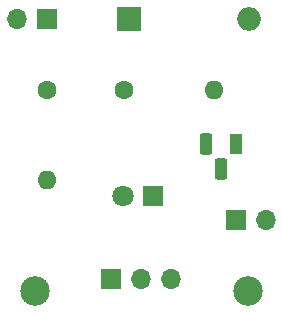
<source format=gbr>
%TF.GenerationSoftware,KiCad,Pcbnew,(6.0.4)*%
%TF.CreationDate,2022-10-02T23:39:58+02:00*%
%TF.ProjectId,Magnet_v2,4d61676e-6574-45f7-9632-2e6b69636164,rev?*%
%TF.SameCoordinates,Original*%
%TF.FileFunction,Soldermask,Top*%
%TF.FilePolarity,Negative*%
%FSLAX46Y46*%
G04 Gerber Fmt 4.6, Leading zero omitted, Abs format (unit mm)*
G04 Created by KiCad (PCBNEW (6.0.4)) date 2022-10-02 23:39:58*
%MOMM*%
%LPD*%
G01*
G04 APERTURE LIST*
G04 Aperture macros list*
%AMRoundRect*
0 Rectangle with rounded corners*
0 $1 Rounding radius*
0 $2 $3 $4 $5 $6 $7 $8 $9 X,Y pos of 4 corners*
0 Add a 4 corners polygon primitive as box body*
4,1,4,$2,$3,$4,$5,$6,$7,$8,$9,$2,$3,0*
0 Add four circle primitives for the rounded corners*
1,1,$1+$1,$2,$3*
1,1,$1+$1,$4,$5*
1,1,$1+$1,$6,$7*
1,1,$1+$1,$8,$9*
0 Add four rect primitives between the rounded corners*
20,1,$1+$1,$2,$3,$4,$5,0*
20,1,$1+$1,$4,$5,$6,$7,0*
20,1,$1+$1,$6,$7,$8,$9,0*
20,1,$1+$1,$8,$9,$2,$3,0*%
G04 Aperture macros list end*
%ADD10C,1.600000*%
%ADD11O,1.600000X1.600000*%
%ADD12R,1.700000X1.700000*%
%ADD13O,1.700000X1.700000*%
%ADD14R,2.000000X2.000000*%
%ADD15O,2.000000X2.000000*%
%ADD16R,1.100000X1.800000*%
%ADD17RoundRect,0.275000X0.275000X0.625000X-0.275000X0.625000X-0.275000X-0.625000X0.275000X-0.625000X0*%
%ADD18C,2.500000*%
%ADD19R,1.800000X1.800000*%
%ADD20C,1.800000*%
G04 APERTURE END LIST*
D10*
%TO.C,R2*%
X138500000Y-103000000D03*
D11*
X146120000Y-103000000D03*
%TD*%
D10*
%TO.C,R1*%
X132000000Y-103000000D03*
D11*
X132000000Y-110620000D03*
%TD*%
D12*
%TO.C,J1*%
X137475000Y-118975000D03*
D13*
X140015000Y-118975000D03*
X142555000Y-118975000D03*
%TD*%
D12*
%TO.C,10mH1*%
X148000000Y-114000000D03*
D13*
X150540000Y-114000000D03*
%TD*%
D14*
%TO.C,D1*%
X139000000Y-97000000D03*
D15*
X149160000Y-97000000D03*
%TD*%
D16*
%TO.C,Q1*%
X148000000Y-107600000D03*
D17*
X146730000Y-109670000D03*
X145460000Y-107600000D03*
%TD*%
D18*
%TO.C,H2*%
X149000000Y-120000000D03*
%TD*%
D12*
%TO.C,SW1*%
X132000000Y-97000000D03*
D13*
X129460000Y-97000000D03*
%TD*%
D18*
%TO.C,H1*%
X131000000Y-120000000D03*
%TD*%
D19*
%TO.C,D2*%
X141000000Y-112000000D03*
D20*
X138460000Y-112000000D03*
%TD*%
M02*

</source>
